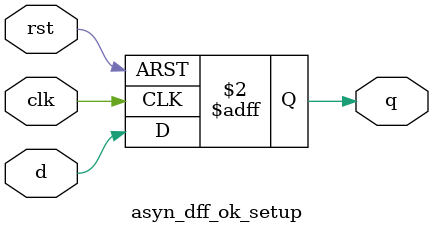
<source format=v>
module asyn_dff_ok_setup (
  clk,
  rst,
  d,
  q
);

  input    clk;
  input    rst;
  input    d;
  output   q;

  reg      q;

  always @( posedge clk or posedge rst ) begin
    if ( rst ) begin
      q <= 1'b0;
    end
    else begin
      q <= d;
    end
  end

endmodule


</source>
